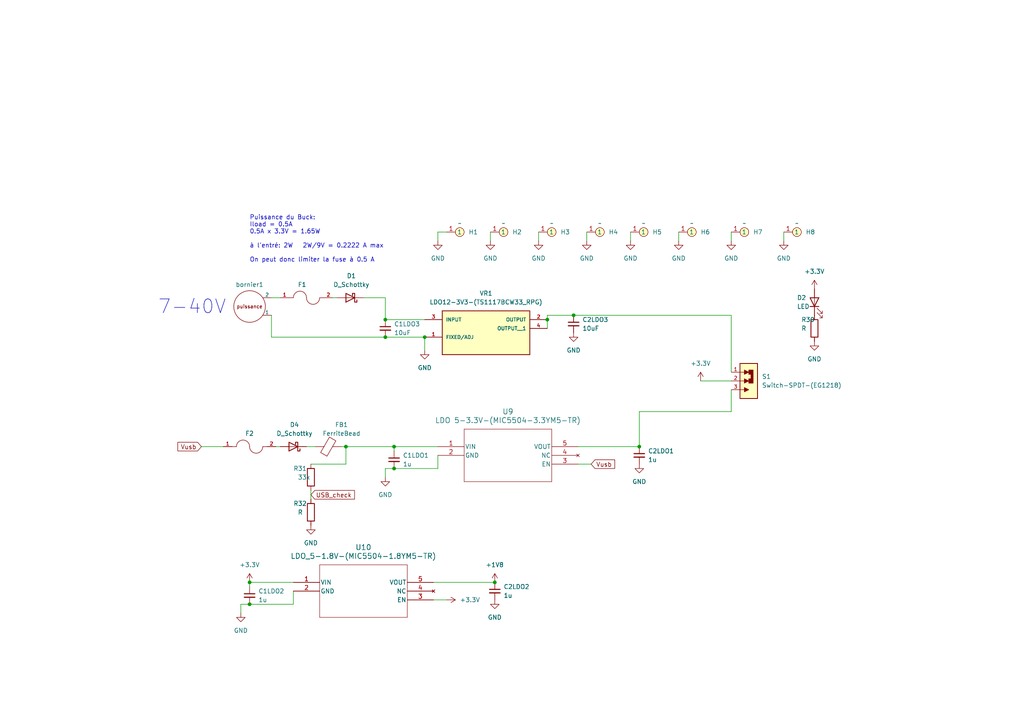
<source format=kicad_sch>
(kicad_sch (version 20230121) (generator eeschema)
  (paper "A4")
  (title_block (title "Payload") (rev "0") (company "GAUL"))
  (lib_symbols
    (symbol "Device:C_Small" (pin_numbers hide) (pin_names (offset 0.254) hide)
      (property "Reference" "C" (at 0.254 1.778 0))
      (property "Value" "C_Small" (at 0.254 -2.032 0))
      (symbol "C_Small_0_1"
        (polyline (pts (xy -1.524 -0.508) (xy 1.524 -0.508)) (stroke (width 0.3302)))
        (polyline (pts (xy -1.524 0.508) (xy 1.524 0.508)) (stroke (width 0.3048)))
      )
      (symbol "C_Small_1_1"
        (pin passive line (at 0 2.54 270) (length 2.032) (name "~") (number "1"))
        (pin passive line (at 0 -2.54 90) (length 2.032) (name "~") (number "2"))
      )
    )
    (symbol "Device:D_Schottky" (pin_numbers hide) (pin_names (offset 1.016) hide)
      (property "Reference" "D" (at 0 2.54 0))
      (property "Value" "D_Schottky" (at 0 -2.54 0))
      (symbol "D_Schottky_0_1"
        (polyline (pts (xy 1.27 0) (xy -1.27 0)))
        (polyline (pts (xy 1.27 1.27) (xy 1.27 -1.27) (xy -1.27 0) (xy 1.27 1.27)) (stroke (width 0.254)))
        (polyline (pts (xy -1.905 0.635) (xy -1.905 1.27) (xy -1.27 1.27) (xy -1.27 -1.27) (xy -0.635 -1.27) (xy -0.635 -0.635)) (stroke (width 0.254)))
      )
      (symbol "D_Schottky_1_1"
        (pin passive line (at -3.81 0 0) (length 2.54) (name "K") (number "1"))
        (pin passive line (at 3.81 0 180) (length 2.54) (name "A") (number "2"))
      )
    )
    (symbol "Device:FerriteBead" (pin_numbers hide) (pin_names (offset 0))
      (property "Reference" "FB" (at -3.81 0.635 90))
      (property "Value" "FerriteBead" (at 3.81 0 90))
      (symbol "FerriteBead_0_1"
        (polyline (pts (xy 0 -1.27) (xy 0 -1.2192)))
        (polyline (pts (xy 0 1.27) (xy 0 1.2954)))
        (polyline (pts (xy -2.7686 0.4064) (xy -1.7018 2.2606) (xy 2.7686 -0.3048) (xy 1.6764 -2.159) (xy -2.7686 0.4064)))
      )
      (symbol "FerriteBead_1_1"
        (pin passive line (at 0 3.81 270) (length 2.54) (name "~") (number "1"))
        (pin passive line (at 0 -3.81 90) (length 2.54) (name "~") (number "2"))
      )
    )
    (symbol "Device:LED" (pin_numbers hide) (pin_names (offset 1.016) hide)
      (property "Reference" "D2" (at 1.27 5.08 90))
      (property "Value" "LED" (at -1.27 5.08 90))
      (symbol "LED_0_1"
        (polyline (pts (xy -1.27 -1.27) (xy -1.27 1.27)) (stroke (width 0.254)))
        (polyline (pts (xy -1.27 0) (xy 1.27 0)))
        (polyline (pts (xy 1.27 -1.27) (xy 1.27 1.27) (xy -1.27 0) (xy 1.27 -1.27)) (stroke (width 0.254)))
        (polyline (pts (xy -3.048 -0.762) (xy -4.572 -2.286) (xy -3.81 -2.286) (xy -4.572 -2.286) (xy -4.572 -1.524)))
        (polyline (pts (xy -1.778 -0.762) (xy -3.302 -2.286) (xy -2.54 -2.286) (xy -3.302 -2.286) (xy -3.302 -1.524)))
      )
      (symbol "LED_1_1"
        (pin passive line (at -3.81 0 0) (length 2.54) (name "-") (number "1"))
        (pin passive line (at 3.81 0 180) (length 2.54) (name "+") (number "2"))
      )
    )
    (symbol "Device:R" (pin_numbers hide) (pin_names (offset 0))
      (property "Reference" "R" (at 2.032 0 90))
      (property "Value" "R" (at 0 0 90))
      (symbol "R_0_1"
        (rectangle (start -1.016 -2.54) (end 1.016 2.54) (stroke (width 0.254)))
      )
      (symbol "R_1_1"
        (pin passive line (at 0 3.81 270) (length 1.27) (name "~") (number "1"))
        (pin passive line (at 0 -3.81 90) (length 1.27) (name "~") (number "2"))
      )
    )
    (symbol "GAUL-Symboles:Conn_batterie" (pin_numbers hide) (pin_names (offset 0))
      (property "Reference" "bornier1" (at 0 6.35 0))
      (symbol "Conn_batterie_0_1"
        (circle (center 0 0) (radius 4.5791))
      )
      (symbol "Conn_batterie_1_1"
        (text "puissance" (at 0 0 0) (effects (font (size 1 1))))
        (pin power_out line (at 6.35 -2.54 180) (length 2.54) (name "1") (number "1"))
        (pin power_out line (at 6.35 2.54 180) (length 2.54) (name "2") (number "2"))
      )
    )
    (symbol "GAUL-Symboles:Ground_mounting_hole_1mm"
      (property "Reference" "H" (at 0 0 0))
      (symbol "Ground_mounting_hole_1mm_1_1"
        (circle (center 0 2.54) (radius 1.27) (fill (type background)))
        (pin power_in line (at 3.81 2.54 180) (length 2.54) (name "1") (number "1"))
      )
    )
    (symbol "GAUL-Symboles:LDO 5-3.3V-(MIC5504-3.3YM5-TR)" (pin_names (offset 0.254))
      (property "Reference" "U" (at 20.32 10.16 0))
      (property "Value" "LDO 5-3.3V-(MIC5504-3.3YM5-TR)" (at 20.32 7.62 0))
      (symbol "LDO 5-3.3V-(MIC5504-3.3YM5-TR)_0_1"
        (polyline (pts (xy 7.62 -10.16) (xy 33.02 -10.16)) (stroke (width 0.127)))
        (polyline (pts (xy 7.62 5.08) (xy 7.62 -10.16)) (stroke (width 0.127)))
        (polyline (pts (xy 33.02 -10.16) (xy 33.02 5.08)) (stroke (width 0.127)))
        (polyline (pts (xy 33.02 5.08) (xy 7.62 5.08)) (stroke (width 0.127)))
        (pin input line (at 0 0 0) (length 7.62) (name "VIN") (number "1"))
        (pin power_in line (at 0 -2.54 0) (length 7.62) (name "GND") (number "2"))
        (pin input line (at 40.64 -5.08 180) (length 7.62) (name "EN") (number "3"))
        (pin no_connect line (at 40.64 -2.54 180) (length 7.62) (name "NC") (number "4"))
        (pin output line (at 40.64 0 180) (length 7.62) (name "VOUT") (number "5"))
      )
    )
    (symbol "GAUL-Symboles:LDO12-3V3-(TS1117BCW33_RPG)" (pin_names (offset 1.016))
      (property "Reference" "VR" (at -12.7039 6.3579 0))
      (property "Value" "LDO12-3V3-(TS1117BCW33_RPG)" (at -12.7014 -10.1627 0))
      (symbol "LDO12-3V3-(TS1117BCW33_RPG)_0_0"
        (rectangle (start -12.7 -7.62) (end 12.7 5.08) (stroke (width 0.254)) (fill (type background)))
        (pin input line (at -17.78 -2.54 0) (length 5.08) (name "FIXED/ADJ") (number "1"))
        (pin output line (at 17.78 2.54 180) (length 5.08) (name "OUTPUT") (number "2"))
        (pin input line (at -17.78 2.54 0) (length 5.08) (name "INPUT") (number "3"))
        (pin output line (at 17.78 0 180) (length 5.08) (name "OUTPUT__1") (number "4"))
      )
    )
    (symbol "GAUL-Symboles:LDO_5-1.8V-(MIC5504-1.8YM5-TR)" (pin_names (offset 0.254))
      (property "Reference" "U10" (at 20.32 10.16 0))
      (property "Value" "LDO_5-1.8V-(MIC5504-1.8YM5-TR)" (at 20.32 7.62 0))
      (symbol "LDO_5-1.8V-(MIC5504-1.8YM5-TR)_0_1"
        (polyline (pts (xy 7.62 -10.16) (xy 33.02 -10.16)) (stroke (width 0.127)))
        (polyline (pts (xy 7.62 5.08) (xy 7.62 -10.16)) (stroke (width 0.127)))
        (polyline (pts (xy 33.02 -10.16) (xy 33.02 5.08)) (stroke (width 0.127)))
        (polyline (pts (xy 33.02 5.08) (xy 7.62 5.08)) (stroke (width 0.127)))
        (pin input line (at 0 0 0) (length 7.62) (name "VIN") (number "1"))
        (pin power_in line (at 0 -2.54 0) (length 7.62) (name "GND") (number "2"))
        (pin input line (at 40.64 -5.08 180) (length 7.62) (name "EN") (number "3"))
        (pin no_connect line (at 40.64 -2.54 180) (length 7.62) (name "NC") (number "4"))
      )
      (symbol "LDO_5-1.8V-(MIC5504-1.8YM5-TR)_1_1"
        (pin power_out line (at 40.64 0 180) (length 7.62) (name "VOUT") (number "5"))
      )
    )
    (symbol "GAUL-Symboles:PTC_resettable_fuse_(MF-MSMF030-2)" (pin_names (offset 1.016))
      (property "Reference" "F" (at -2.54 5.08 0))
      (property "Value" "PTC_resettable_fuse_(MF-MSMF030-2)" (at -2.54 -5.08 0))
      (symbol "PTC_resettable_fuse_(MF-MSMF030-2)_0_0"
        (arc (start 0 0) (mid -1.905 1.8967) (end -3.81 0) (stroke (width 0.1524)))
        (polyline (pts (xy -5.08 0) (xy -3.81 0)) (stroke (width 0.1524)))
        (polyline (pts (xy 5.08 0) (xy 3.81 0)) (stroke (width 0.1524)))
        (arc (start 0 0) (mid 1.905 -1.8967) (end 3.81 0) (stroke (width 0.1524)))
        (pin passive line (at -7.62 0 0) (length 2.54) (name "~") (number "1"))
        (pin passive line (at 7.62 0 180) (length 2.54) (name "~") (number "2"))
      )
    )
    (symbol "GAUL-Symboles:Switch-SPDT-(EG1218)" (pin_names (offset 1.016))
      (property "Reference" "S" (at -5.08 5.842 0))
      (property "Value" "Switch-SPDT-(EG1218)" (at -5.08 -7.62 0))
      (symbol "Switch-SPDT-(EG1218)_0_0"
        (rectangle (start -2.54 5.08) (end 2.54 -5.08) (stroke (width 0.254)) (fill (type background)))
        (polyline (pts (xy -2.54 -2.54) (xy -1.27 -2.54)) (stroke (width 0.1524)))
        (polyline (pts (xy -2.54 0) (xy -1.27 0)) (stroke (width 0.1524)))
        (polyline (pts (xy -2.54 2.54) (xy -1.27 2.54)) (stroke (width 0.1524)))
        (polyline (pts (xy -1.27 -1.905) (xy -1.27 -3.175) (xy 0 -2.54) (xy -1.27 -1.905)) (stroke (width 0.1524)) (fill (type outline)))
        (polyline (pts (xy -1.27 0.635) (xy -1.27 -0.635) (xy 0 0) (xy -1.27 0.635)) (stroke (width 0.1524)) (fill (type outline)))
        (polyline (pts (xy -1.27 3.175) (xy -1.27 1.905) (xy 0 2.54) (xy -1.27 3.175)) (stroke (width 0.1524)) (fill (type outline)))
        (polyline (pts (xy 0 1.905) (xy 0 3.175) (xy 1.27 3.175) (xy 1.27 -0.635) (xy 0 -0.635) (xy 0 0.635) (xy 0.635 0.635) (xy 0.635 1.905) (xy 0 1.905)) (stroke (width 0.1524)) (fill (type outline)))
        (pin passive line (at -5.08 2.54 0) (length 2.54) (name "~") (number "1"))
        (pin passive line (at -5.08 0 0) (length 2.54) (name "~") (number "2"))
        (pin passive line (at -5.08 -2.54 0) (length 2.54) (name "~") (number "3"))
      )
    )
    (symbol "power:+1V8" (power) (pin_names (offset 0))
      (property "Value" "+1V8" (at 0 3.556 0))
      (symbol "+1V8_0_1"
        (polyline (pts (xy -0.762 1.27) (xy 0 2.54)))
        (polyline (pts (xy 0 0) (xy 0 2.54)))
        (polyline (pts (xy 0 2.54) (xy 0.762 1.27)))
      )
      (symbol "+1V8_1_1"
        (pin power_in line (at 0 0 90) (length 0) hide (name "+1V8") (number "1"))
      )
    )
    (symbol "power:+3.3V" (power) (pin_names (offset 0))
      (property "Value" "+3.3V" (at 0 3.556 0))
      (symbol "+3.3V_0_1"
        (polyline (pts (xy -0.762 1.27) (xy 0 2.54)))
        (polyline (pts (xy 0 0) (xy 0 2.54)))
        (polyline (pts (xy 0 2.54) (xy 0.762 1.27)))
      )
      (symbol "+3.3V_1_1"
        (pin power_in line (at 0 0 90) (length 0) hide (name "+3.3V") (number "1"))
      )
    )
    (symbol "power:GND" (power) (pin_names (offset 0))
      (property "Value" "GND" (at 0 -3.81 0))
      (symbol "GND_0_1"
        (polyline (pts (xy 0 0) (xy 0 -1.27) (xy 1.27 -1.27) (xy 0 -2.54) (xy -1.27 -1.27) (xy 0 -1.27)))
      )
      (symbol "GND_1_1"
        (pin power_in line (at 0 0 270) (length 0) hide (name "GND") (number "1"))
      )
    )
  )
  (junction (at 158.75 92.71))
  (junction (at 72.39 175.26))
  (junction (at 72.39 168.91))
  (junction (at 111.76 97.79))
  (junction (at 100.33 129.54))
  (junction (at 185.42 129.54))
  (junction (at 166.37 91.44))
  (junction (at 114.3 129.54))
  (junction (at 114.3 135.89))
  (junction (at 143.51 168.91))
  (junction (at 111.76 92.71))
  (junction (at 123.19 97.79))
  (wire (pts (xy 114.3 129.54) (xy 114.3 130.81)))
  (wire (pts (xy 72.39 168.91) (xy 72.39 170.18)))
  (wire (pts (xy 72.39 175.26) (xy 85.09 175.26)))
  (wire (pts (xy 212.09 91.44) (xy 212.09 107.95)))
  (wire (pts (xy 196.85 69.85) (xy 196.85 67.31)))
  (wire (pts (xy 100.33 134.62) (xy 100.33 129.54)))
  (wire (pts (xy 111.76 86.36) (xy 111.76 92.71)))
  (wire (pts (xy 69.85 177.8) (xy 69.85 175.26)))
  (wire (pts (xy 212.09 119.38) (xy 185.42 119.38)))
  (wire (pts (xy 58.42 129.54) (xy 64.77 129.54)))
  (wire (pts (xy 90.17 144.78) (xy 90.17 142.24)))
  (wire (pts (xy 212.09 119.38) (xy 212.09 113.03)))
  (wire (pts (xy 99.06 129.54) (xy 100.33 129.54)))
  (wire (pts (xy 88.9 129.54) (xy 91.44 129.54)))
  (wire (pts (xy 203.2 110.49) (xy 212.09 110.49)))
  (wire (pts (xy 142.24 69.85) (xy 142.24 67.31)))
  (wire (pts (xy 80.01 129.54) (xy 81.28 129.54)))
  (wire (pts (xy 127 67.31) (xy 129.54 67.31)))
  (wire (pts (xy 185.42 119.38) (xy 185.42 129.54)))
  (wire (pts (xy 90.17 134.62) (xy 100.33 134.62)))
  (wire (pts (xy 105.41 86.36) (xy 111.76 86.36)))
  (wire (pts (xy 171.45 134.62) (xy 167.64 134.62)))
  (wire (pts (xy 78.74 97.79) (xy 111.76 97.79)))
  (wire (pts (xy 123.19 101.6) (xy 123.19 97.79)))
  (wire (pts (xy 78.74 86.36) (xy 81.28 86.36)))
  (wire (pts (xy 166.37 91.44) (xy 212.09 91.44)))
  (wire (pts (xy 227.33 69.85) (xy 227.33 67.31)))
  (wire (pts (xy 111.76 97.79) (xy 123.19 97.79)))
  (wire (pts (xy 100.33 129.54) (xy 114.3 129.54)))
  (wire (pts (xy 72.39 168.91) (xy 85.09 168.91)))
  (wire (pts (xy 78.74 91.44) (xy 78.74 97.79)))
  (wire (pts (xy 125.73 168.91) (xy 143.51 168.91)))
  (wire (pts (xy 158.75 91.44) (xy 166.37 91.44)))
  (wire (pts (xy 111.76 92.71) (xy 123.19 92.71)))
  (wire (pts (xy 167.64 129.54) (xy 185.42 129.54)))
  (wire (pts (xy 127 69.85) (xy 127 67.31)))
  (wire (pts (xy 111.76 135.89) (xy 114.3 135.89)))
  (wire (pts (xy 212.09 69.85) (xy 212.09 67.31)))
  (wire (pts (xy 69.85 175.26) (xy 72.39 175.26)))
  (wire (pts (xy 158.75 91.44) (xy 158.75 92.71)))
  (wire (pts (xy 111.76 138.43) (xy 111.76 135.89)))
  (wire (pts (xy 114.3 135.89) (xy 127 135.89)))
  (wire (pts (xy 156.21 69.85) (xy 156.21 67.31)))
  (wire (pts (xy 85.09 175.26) (xy 85.09 171.45)))
  (wire (pts (xy 129.54 173.99) (xy 125.73 173.99)))
  (wire (pts (xy 114.3 129.54) (xy 127 129.54)))
  (wire (pts (xy 182.88 69.85) (xy 182.88 67.31)))
  (wire (pts (xy 170.18 69.85) (xy 170.18 67.31)))
  (wire (pts (xy 96.52 86.36) (xy 97.79 86.36)))
  (wire (pts (xy 127 135.89) (xy 127 132.08)))
  (wire (pts (xy 158.75 92.71) (xy 158.75 95.25)))
  (text "7-40V" (at 45.72 91.44 0) (effects (font (size 4 4)) (justify left bottom)))
  (text "Puissance du Buck:\nIload = 0.5A\n0.5A x 3.3V = 1.65W\n\nà l'entré: 2W   2W/9V = 0.2222 A max\n\nOn peut donc limiter la fuse à 0.5 A\n" (at 72.39 76.2 0) (effects (font (size 1.27 1.27)) (justify left bottom)))
  (global_label "Vusb" (shape input) (at 171.45 134.62 0) (property "Intersheetrefs" "${INTERSHEET_REFS}" (effects hide)))
  (global_label "Vusb" (shape input) (at 58.42 129.54 180) (property "Intersheetrefs" "${INTERSHEET_REFS}" (effects hide)))
  (global_label "USB_check" (shape input) (at 90.17 143.51 0) (property "Intersheetrefs" "${INTERSHEET_REFS}" (effects hide)))
  (symbol (lib_id "GAUL-Symboles:LDO_5-1.8V-(MIC5504-1.8YM5-TR)") (at 85.09 168.91 0) (unit 1)
    (property "Reference" "U10" (at 105.41 158.75 0) (effects (font (size 1.524 1.524))))
    (property "Value" "LDO_5-1.8V-(MIC5504-1.8YM5-TR)" (at 105.41 161.29 0) (effects (font (size 1.524 1.524))))
    (property "Footprint" "GAUL-Empreintes:SOT-23-5_MC_MCH" (effects hide))
    (property "Datasheet" "MIC5504-3.3YM5-TR" (effects hide))
  )
  (symbol (lib_id "power:GND") (at 236.22 99.06 0) (unit 1)
    (property "Reference" "#PWR012" (effects hide))
    (property "Value" "GND" (at 236.22 104.14 0))
  )
  (symbol (lib_id "Device:C_Small") (at 111.76 95.25 0) (unit 1)
    (property "Reference" "C1LDO3" (at 114.3 93.9863 0) (effects (justify left)))
    (property "Value" "10uF" (at 114.3 96.5263 0) (effects (justify left)))
    (property "Footprint" "Capacitor_SMD:C_0603_1608Metric_Pad1.08x0.95mm_HandSolder" (effects hide))
  )
  (symbol (lib_id "power:GND") (at 143.51 173.99 0) (unit 1)
    (property "Reference" "#PWR0115" (effects hide))
    (property "Value" "GND" (at 143.51 179.07 0))
  )
  (symbol (lib_id "GAUL-Symboles:PTC_resettable_fuse_(MF-MSMF030-2)") (at 88.9 86.36 0) (unit 1)
    (property "Reference" "F1" (at 87.63 82.55 0))
    (property "Value" "xxmA" (effects hide))
    (property "Footprint" "Fuse:Fuse_0603_1608Metric_Pad1.05x0.95mm_HandSolder" (effects hide))
    (property "MF" "Bourns" (effects hide))
    (property "MOUSER-PURCHASE-URL" "https://snapeda.com/shop?store=Mouser&id=143366" (effects hide))
    (property "DESCRIPTION" "Polymeric PTC Resettable Fuse 8V 2A Ih Surface Mount 1812 (4532 Metric), Concave" (effects hide))
    (property "PACKAGE" "1812 Bourns" (effects hide))
    (property "PRICE" "None" (effects hide))
    (property "MP" "MF-MSMF200-2" (effects hide))
    (property "DIGIKEY-PURCHASE-URL" "https://snapeda.com/shop?store=DigiKey&id=143366" (effects hide))
    (property "ARROW_ELECTRONICS-PURCHASE-URL" "https://snapeda.com/shop?store=Arrow+Electronics&id=143366" (effects hide))
    (property "AVAILABILITY" "Good" (effects hide))
  )
  (symbol (lib_id "Device:R") (at 236.22 95.25 0) (unit 1)
    (property "Reference" "R30" (at 232.41 92.71 0) (effects (justify left)))
    (property "Value" "R" (at 232.41 95.25 0) (effects (justify left)))
    (property "Footprint" "Resistor_SMD:R_0603_1608Metric" (effects hide))
    (instances (project "Payload" (path "" (reference "R30") (unit 1))) (project "Buck_5V" (path "" (reference "R?") (unit 1))))
  )
  (symbol (lib_id "GAUL-Symboles:Conn_batterie") (at 72.39 88.9 0) (unit 1)
    (property "Reference" "bornier1" (at 72.39 82.55 0))
    (property "Value" "Conn_batterie" (effects hide))
    (property "Footprint" "GAUL-Empreintes:Conn_batt_AWG14" (effects hide))
  )
  (symbol (lib_id "GAUL-Symboles:Ground_mounting_hole_1mm") (at 215.9 64.77 180) (unit 1)
    (property "Reference" "H7" (at 218.44 67.31 0) (effects (justify right)))
    (property "Value" "~" (at 215.9 64.77 0))
    (property "Footprint" "GAUL-Empreintes:Ground_mounting_hole_1mm" (effects hide))
    (instances (project "Payload" (path "" (reference "H7") (unit 1))) (project "Buck_5V" (path "" (reference "H?") (unit 1))))
  )
  (symbol (lib_id "GAUL-Symboles:Ground_mounting_hole_1mm") (at 133.35 64.77 180) (unit 1)
    (property "Reference" "H1" (at 135.89 67.31 0) (effects (justify right)))
    (property "Value" "~" (at 133.35 64.77 0))
    (property "Footprint" "GAUL-Empreintes:Ground_mounting_hole_1mm" (effects hide))
    (instances (project "Payload" (path "" (reference "H1") (unit 1))) (project "Buck_5V" (path "" (reference "H?") (unit 1))))
  )
  (symbol (lib_id "Device:C_Small") (at 185.42 132.08 0) (unit 1)
    (property "Reference" "C2LDO1" (at 187.96 130.8163 0) (effects (justify left)))
    (property "Value" "1u" (at 187.96 133.3563 0) (effects (justify left)))
    (property "Footprint" "Capacitor_SMD:C_0603_1608Metric_Pad1.08x0.95mm_HandSolder" (effects hide))
  )
  (symbol (lib_id "Device:R") (at 90.17 138.43 0) (unit 1)
    (property "Reference" "R31" (at 85.09 135.89 0) (effects (justify left)))
    (property "Value" "33k" (at 86.36 138.43 0) (effects (justify left)))
    (property "Footprint" "Resistor_SMD:R_0603_1608Metric" (effects hide))
    (instances (project "Payload" (path "" (reference "R31") (unit 1))) (project "Buck_5V" (path "" (reference "R?") (unit 1))))
  )
  (symbol (lib_id "Device:C_Small") (at 72.39 172.72 0) (unit 1)
    (property "Reference" "C1LDO2" (at 74.93 171.4563 0) (effects (justify left)))
    (property "Value" "1u" (at 74.93 173.9963 0) (effects (justify left)))
    (property "Footprint" "Capacitor_SMD:C_0603_1608Metric_Pad1.08x0.95mm_HandSolder" (effects hide))
  )
  (symbol (lib_id "GAUL-Symboles:LDO12-3V3-(TS1117BCW33_RPG)") (at 140.97 95.25 0) (unit 1)
    (property "Reference" "VR1" (at 140.97 85.09 0))
    (property "Value" "LDO12-3V3-(TS1117BCW33_RPG)" (at 140.97 87.63 0))
    (property "Footprint" "GAUL-Empreintes:LDO12-3V3-(TS1117BCW33_RPG)" (effects hide))
    (property "PARTREV" "H1607" (effects hide))
    (property "STANDARD" "Manufacturer recommendation" (effects hide))
    (property "MAXIMUM_PACKAGE_HEIGHT" "1.80mm" (effects hide))
    (property "MANUFACTURER" "Taiwan Semiconductor" (effects hide))
  )
  (symbol (lib_id "power:GND") (at 142.24 69.85 0) (unit 1)
    (property "Reference" "#PWR0102" (effects hide))
    (property "Value" "GND" (at 142.24 74.93 0))
    (instances (project "Payload" (path "" (reference "#PWR0102") (unit 1))) (project "Buck_5V" (path "" (reference "#PWR?") (unit 1))))
  )
  (symbol (lib_id "GAUL-Symboles:Ground_mounting_hole_1mm") (at 186.69 64.77 180) (unit 1)
    (property "Reference" "H5" (at 189.23 67.31 0) (effects (justify right)))
    (property "Value" "~" (at 186.69 64.77 0))
    (property "Footprint" "GAUL-Empreintes:Ground_mounting_hole_1mm" (effects hide))
    (instances (project "Payload" (path "" (reference "H5") (unit 1))) (project "Buck_5V" (path "" (reference "H?") (unit 1))))
  )
  (symbol (lib_id "power:GND") (at 156.21 69.85 0) (unit 1)
    (property "Reference" "#PWR0103" (effects hide))
    (property "Value" "GND" (at 156.21 74.93 0))
    (instances (project "Payload" (path "" (reference "#PWR0103") (unit 1))) (project "Buck_5V" (path "" (reference "#PWR?") (unit 1))))
  )
  (symbol (lib_id "Device:FerriteBead") (at 95.25 129.54 90) (unit 1)
    (property "Reference" "FB1" (at 99.06 123.19 90))
    (property "Value" "FerriteBead" (at 99.06 125.73 90))
    (property "Footprint" "Inductor_SMD:L_0603_1608Metric_Pad1.05x0.95mm_HandSolder" (effects hide))
  )
  (symbol (lib_id "GAUL-Symboles:LDO 5-3.3V-(MIC5504-3.3YM5-TR)") (at 127 129.54 0) (unit 1)
    (property "Reference" "U9" (at 147.32 119.38 0) (effects (font (size 1.524 1.524))))
    (property "Value" "LDO 5-3.3V-(MIC5504-3.3YM5-TR)" (at 147.32 121.92 0) (effects (font (size 1.524 1.524))))
    (property "Footprint" "GAUL-Empreintes:SOT-23-5_MC_MCH" (effects hide))
    (property "Datasheet" "MIC5504-3.3YM5-TR" (effects hide))
  )
  (symbol (lib_id "power:+3.3V") (at 129.54 173.99 270) (unit 1)
    (property "Reference" "#PWR?" (effects hide))
    (property "Value" "+3.3V" (at 133.35 173.99 90) (effects (justify left)))
    (instances (project "Payload" (path "" (reference "#PWR?") (unit 1)) (path "" (reference "#PWR0114") (unit 1))))
  )
  (symbol (lib_id "GAUL-Symboles:Ground_mounting_hole_1mm") (at 146.05 64.77 180) (unit 1)
    (property "Reference" "H2" (at 148.59 67.31 0) (effects (justify right)))
    (property "Value" "~" (at 146.05 64.77 0))
    (property "Footprint" "GAUL-Empreintes:Ground_mounting_hole_1mm" (effects hide))
    (instances (project "Payload" (path "" (reference "H2") (unit 1))) (project "Buck_5V" (path "" (reference "H?") (unit 1))))
  )
  (symbol (lib_id "Device:R") (at 90.17 148.59 0) (unit 1)
    (property "Reference" "R32" (at 85.09 146.05 0) (effects (justify left)))
    (property "Value" "R" (at 86.36 148.59 0) (effects (justify left)))
    (property "Footprint" "Resistor_SMD:R_0603_1608Metric" (effects hide))
    (instances (project "Payload" (path "" (reference "R32") (unit 1))) (project "Buck_5V" (path "" (reference "R?") (unit 1))))
  )
  (symbol (lib_id "power:GND") (at 166.37 96.52 0) (unit 1)
    (property "Reference" "#PWR0107" (effects hide))
    (property "Value" "GND" (at 166.37 101.6 0))
  )
  (symbol (lib_id "power:GND") (at 196.85 69.85 0) (unit 1)
    (property "Reference" "#PWR0145" (effects hide))
    (property "Value" "GND" (at 196.85 74.93 0))
    (instances (project "Payload" (path "" (reference "#PWR0145") (unit 1))) (project "Buck_5V" (path "" (reference "#PWR?") (unit 1))))
  )
  (symbol (lib_id "GAUL-Symboles:Ground_mounting_hole_1mm") (at 160.02 64.77 180) (unit 1)
    (property "Reference" "H3" (at 162.56 67.31 0) (effects (justify right)))
    (property "Value" "~" (at 160.02 64.77 0))
    (property "Footprint" "GAUL-Empreintes:Ground_mounting_hole_1mm" (effects hide))
    (instances (project "Payload" (path "" (reference "H3") (unit 1))) (project "Buck_5V" (path "" (reference "H?") (unit 1))))
  )
  (symbol (lib_id "Device:C_Small") (at 143.51 171.45 0) (unit 1)
    (property "Reference" "C2LDO2" (at 146.05 170.1863 0) (effects (justify left)))
    (property "Value" "1u" (at 146.05 172.7263 0) (effects (justify left)))
    (property "Footprint" "Capacitor_SMD:C_0603_1608Metric_Pad1.08x0.95mm_HandSolder" (effects hide))
  )
  (symbol (lib_id "power:+3.3V") (at 236.22 83.82 0) (unit 1)
    (property "Reference" "#PWR?" (effects hide))
    (property "Value" "+3.3V" (at 236.22 78.74 0))
    (instances (project "Payload" (path "" (reference "#PWR?") (unit 1)) (path "" (reference "#PWR045") (unit 1))))
  )
  (symbol (lib_id "GAUL-Symboles:PTC_resettable_fuse_(MF-MSMF030-2)") (at 72.39 129.54 0) (unit 1)
    (property "Reference" "F2" (at 72.39 125.73 0))
    (property "Value" "xxmA" (effects hide))
    (property "Footprint" "Fuse:Fuse_0603_1608Metric_Pad1.05x0.95mm_HandSolder" (effects hide))
    (property "MF" "Bourns" (effects hide))
    (property "MOUSER-PURCHASE-URL" "https://snapeda.com/shop?store=Mouser&id=143366" (effects hide))
    (property "DESCRIPTION" "Polymeric PTC Resettable Fuse 8V 2A Ih Surface Mount 1812 (4532 Metric), Concave" (effects hide))
    (property "PACKAGE" "1812 Bourns" (effects hide))
    (property "PRICE" "None" (effects hide))
    (property "MP" "MF-MSMF200-2" (effects hide))
    (property "DIGIKEY-PURCHASE-URL" "https://snapeda.com/shop?store=DigiKey&id=143366" (effects hide))
    (property "ARROW_ELECTRONICS-PURCHASE-URL" "https://snapeda.com/shop?store=Arrow+Electronics&id=143366" (effects hide))
    (property "AVAILABILITY" "Good" (effects hide))
  )
  (symbol (lib_id "GAUL-Symboles:Ground_mounting_hole_1mm") (at 231.14 64.77 180) (unit 1)
    (property "Reference" "H8" (at 233.68 67.31 0) (effects (justify right)))
    (property "Value" "~" (at 231.14 64.77 0))
    (property "Footprint" "GAUL-Empreintes:Ground_mounting_hole_1mm" (effects hide))
    (instances (project "Payload" (path "" (reference "H8") (unit 1))) (project "Buck_5V" (path "" (reference "H?") (unit 1))))
  )
  (symbol (lib_id "Device:C_Small") (at 166.37 93.98 0) (unit 1)
    (property "Reference" "C2LDO3" (at 168.91 92.7163 0) (effects (justify left)))
    (property "Value" "10uF" (at 168.91 95.2563 0) (effects (justify left)))
    (property "Footprint" "Capacitor_SMD:C_0603_1608Metric_Pad1.08x0.95mm_HandSolder" (effects hide))
  )
  (symbol (lib_id "power:+1V8") (at 143.51 168.91 0) (unit 1)
    (property "Reference" "#PWR0113" (effects hide))
    (property "Value" "+1V8" (at 143.51 163.83 0))
  )
  (symbol (lib_id "power:GND") (at 182.88 69.85 0) (unit 1)
    (property "Reference" "#PWR0144" (effects hide))
    (property "Value" "GND" (at 182.88 74.93 0))
    (instances (project "Payload" (path "" (reference "#PWR0144") (unit 1))) (project "Buck_5V" (path "" (reference "#PWR?") (unit 1))))
  )
  (symbol (lib_id "power:GND") (at 123.19 101.6 0) (unit 1)
    (property "Reference" "#PWR0106" (effects hide))
    (property "Value" "GND" (at 123.19 106.68 0))
  )
  (symbol (lib_id "Device:D_Schottky") (at 101.6 86.36 180) (unit 1)
    (property "Reference" "D1" (at 101.9175 80.01 0))
    (property "Value" "D_Schottky" (at 101.9175 82.55 0))
    (property "Footprint" "Diode_SMD:D_0603_1608Metric_Pad1.05x0.95mm_HandSolder" (effects hide))
  )
  (symbol (lib_id "GAUL-Symboles:Switch-SPDT-(EG1218)") (at 217.17 110.49 0) (unit 1)
    (property "Reference" "S1" (at 220.98 109.22 0) (effects (justify left)))
    (property "Value" "Switch-SPDT-(EG1218)" (at 220.98 111.76 0) (effects (justify left)))
    (property "Footprint" "GAUL-Empreintes:switch-(SW_EG1218)" (effects hide))
    (property "DESCRIPTION" "Slide Switch SPDT Through Hole" (effects hide))
    (property "PRICE" "None" (effects hide))
  )
  (symbol (lib_id "Device:D_Schottky") (at 85.09 129.54 180) (unit 1)
    (property "Reference" "D4" (at 85.4075 123.19 0))
    (property "Value" "D_Schottky" (at 85.4075 125.73 0))
    (property "Footprint" "Diode_SMD:D_0603_1608Metric_Pad1.05x0.95mm_HandSolder" (effects hide))
  )
  (symbol (lib_id "GAUL-Symboles:Ground_mounting_hole_1mm") (at 200.66 64.77 180) (unit 1)
    (property "Reference" "H6" (at 203.2 67.31 0) (effects (justify right)))
    (property "Value" "~" (at 200.66 64.77 0))
    (property "Footprint" "GAUL-Empreintes:Ground_mounting_hole_1mm" (effects hide))
    (instances (project "Payload" (path "" (reference "H6") (unit 1))) (project "Buck_5V" (path "" (reference "H?") (unit 1))))
  )
  (symbol (lib_id "power:+3.3V") (at 203.2 110.49 0) (unit 1)
    (property "Reference" "#PWR?" (effects hide))
    (property "Value" "+3.3V" (at 203.2 105.41 0))
    (instances (project "Payload" (path "" (reference "#PWR?") (unit 1)) (path "" (reference "#PWR0105") (unit 1))))
  )
  (symbol (lib_id "power:GND") (at 170.18 69.85 0) (unit 1)
    (property "Reference" "#PWR0104" (effects hide))
    (property "Value" "GND" (at 170.18 74.93 0))
    (instances (project "Payload" (path "" (reference "#PWR0104") (unit 1))) (project "Buck_5V" (path "" (reference "#PWR?") (unit 1))))
  )
  (symbol (lib_id "power:GND") (at 90.17 152.4 0) (unit 1)
    (property "Reference" "#PWR0111" (effects hide))
    (property "Value" "GND" (at 90.17 157.48 0))
  )
  (symbol (lib_id "power:GND") (at 69.85 177.8 0) (unit 1)
    (property "Reference" "#PWR0116" (effects hide))
    (property "Value" "GND" (at 69.85 182.88 0))
  )
  (symbol (lib_id "power:GND") (at 185.42 134.62 0) (unit 1)
    (property "Reference" "#PWR0109" (effects hide))
    (property "Value" "GND" (at 185.42 139.7 0))
  )
  (symbol (lib_id "power:GND") (at 111.76 138.43 0) (unit 1)
    (property "Reference" "#PWR0110" (effects hide))
    (property "Value" "GND" (at 111.76 143.51 0))
  )
  (symbol (lib_id "Device:C_Small") (at 114.3 133.35 0) (unit 1)
    (property "Reference" "C1LDO1" (at 116.84 132.0863 0) (effects (justify left)))
    (property "Value" "1u" (at 116.84 134.6263 0) (effects (justify left)))
    (property "Footprint" "Capacitor_SMD:C_0603_1608Metric_Pad1.08x0.95mm_HandSolder" (effects hide))
  )
  (symbol (lib_id "GAUL-Symboles:Ground_mounting_hole_1mm") (at 173.99 64.77 180) (unit 1)
    (property "Reference" "H4" (at 176.53 67.31 0) (effects (justify right)))
    (property "Value" "~" (at 173.99 64.77 0))
    (property "Footprint" "GAUL-Empreintes:Ground_mounting_hole_1mm" (effects hide))
    (instances (project "Payload" (path "" (reference "H4") (unit 1))) (project "Buck_5V" (path "" (reference "H?") (unit 1))))
  )
  (symbol (lib_id "Device:LED") (at 236.22 87.63 90) (unit 1)
    (property "Reference" "D2" (at 231.14 86.36 90) (effects (justify right)))
    (property "Value" "LED" (at 231.14 88.9 90) (effects (justify right)))
    (property "Footprint" "GAUL-Empreintes:LED_classique_TH" (effects hide))
    (instances (project "Payload" (path "" (reference "D2") (unit 1))) (project "Buck_5V" (path "" (reference "D?") (unit 1))))
  )
  (symbol (lib_id "power:+3.3V") (at 72.39 168.91 0) (unit 1)
    (property "Reference" "#PWR?" (effects hide))
    (property "Value" "+3.3V" (at 72.39 163.83 0))
    (instances (project "Payload" (path "" (reference "#PWR?") (unit 1)) (path "" (reference "#PWR0112") (unit 1))))
  )
  (symbol (lib_id "power:GND") (at 212.09 69.85 0) (unit 1)
    (property "Reference" "#PWR0146" (effects hide))
    (property "Value" "GND" (at 212.09 74.93 0))
    (instances (project "Payload" (path "" (reference "#PWR0146") (unit 1))) (project "Buck_5V" (path "" (reference "#PWR?") (unit 1))))
  )
  (symbol (lib_id "power:GND") (at 227.33 69.85 0) (unit 1)
    (property "Reference" "#PWR0147" (effects hide))
    (property "Value" "GND" (at 227.33 74.93 0))
    (instances (project "Payload" (path "" (reference "#PWR0147") (unit 1))) (project "Buck_5V" (path "" (reference "#PWR?") (unit 1))))
  )
  (symbol (lib_id "power:GND") (at 127 69.85 0) (unit 1)
    (property "Reference" "#PWR0101" (effects hide))
    (property "Value" "GND" (at 127 74.93 0))
    (instances (project "Payload" (path "" (reference "#PWR0101") (unit 1))) (project "Buck_5V" (path "" (reference "#PWR?") (unit 1))))
  )
)
</source>
